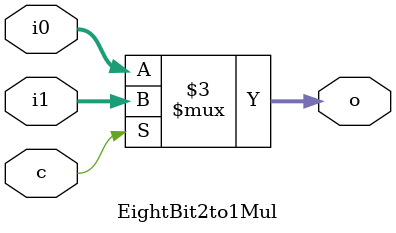
<source format=sv>
`timescale 1ns / 1ps


module EightBit2to1Mul(input logic [7:0] i0, i1,
                       input logic  c,
                       output logic [7:0] o);
    
always_comb
    if(c)
        o = i1;
    else
        o = i0;   
endmodule
</source>
